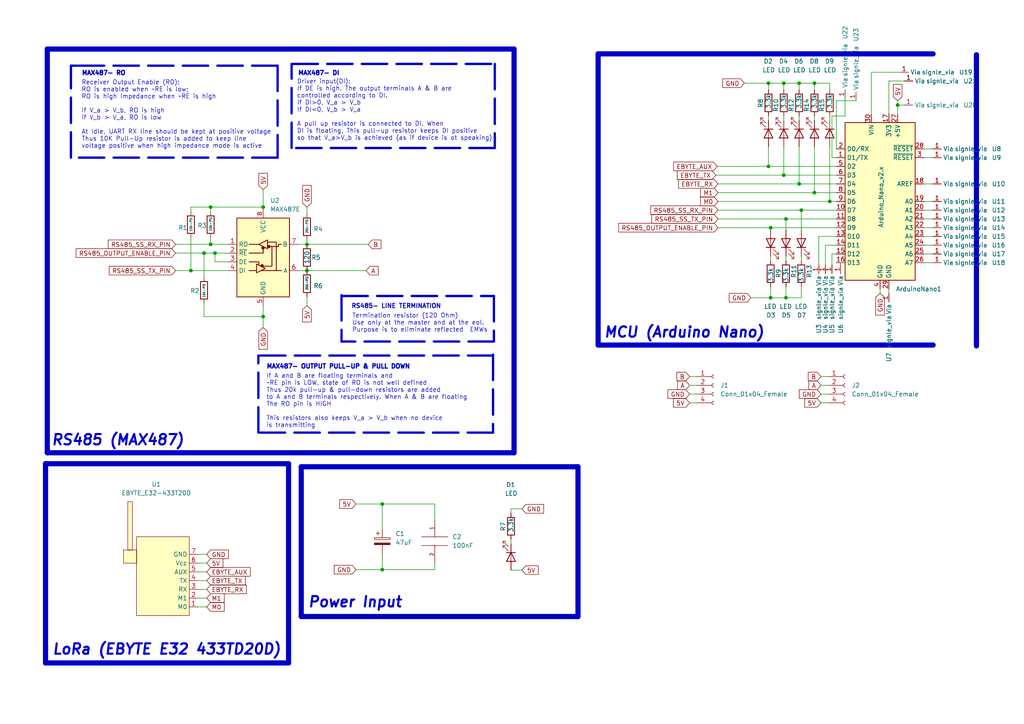
<source format=kicad_sch>
(kicad_sch (version 20211123) (generator eeschema)
  (paper "A4")
  (title_block (title "Device 1 Schematic") (date "2023-02-25") (company "PowerLab"))
  (lib_symbols
    (symbol "Connector:Conn_01x04_Female" (pin_names (offset 1.016) hide)
      (property "Reference" "J" (at 0 5.08 0))
      (property "Value" "Conn_01x04_Female" (at 0 -7.62 0))
      (symbol "Conn_01x04_Female_1_1"
        (arc (start 0 -4.572) (mid -0.508 -5.08) (end 0 -5.588) (stroke (width 0.1524)))
        (arc (start 0 -2.032) (mid -0.508 -2.54) (end 0 -3.048) (stroke (width 0.1524)))
        (polyline (pts (xy -1.27 -5.08) (xy -0.508 -5.08)) (stroke (width 0.1524)))
        (polyline (pts (xy -1.27 -2.54) (xy -0.508 -2.54)) (stroke (width 0.1524)))
        (polyline (pts (xy -1.27 0) (xy -0.508 0)) (stroke (width 0.1524)))
        (polyline (pts (xy -1.27 2.54) (xy -0.508 2.54)) (stroke (width 0.1524)))
        (arc (start 0 0.508) (mid -0.508 0) (end 0 -0.508) (stroke (width 0.1524)))
        (arc (start 0 3.048) (mid -0.508 2.54) (end 0 2.032) (stroke (width 0.1524)))
        (pin passive line (at -5.08 2.54 0) (length 3.81) (name "Pin_1") (number "1"))
        (pin passive line (at -5.08 0 0) (length 3.81) (name "Pin_2") (number "2"))
        (pin passive line (at -5.08 -2.54 0) (length 3.81) (name "Pin_3") (number "3"))
        (pin passive line (at -5.08 -5.08 0) (length 3.81) (name "Pin_4") (number "4"))
      )
    )
    (symbol "Device:C_Polarized" (pin_numbers hide) (pin_names (offset 0.254))
      (property "Reference" "C" (at 0.635 2.54 0))
      (property "Value" "C_Polarized" (at 0.635 -2.54 0))
      (symbol "C_Polarized_0_1"
        (rectangle (start -2.286 0.508) (end 2.286 1.016))
        (polyline (pts (xy -1.778 2.286) (xy -0.762 2.286)))
        (polyline (pts (xy -1.27 2.794) (xy -1.27 1.778)))
        (rectangle (start 2.286 -0.508) (end -2.286 -1.016) (fill (type outline)))
      )
      (symbol "C_Polarized_1_1"
        (pin passive line (at 0 3.81 270) (length 2.794) (name "~") (number "1"))
        (pin passive line (at 0 -3.81 90) (length 2.794) (name "~") (number "2"))
      )
    )
    (symbol "Device:LED" (pin_numbers hide) (pin_names (offset 1.016) hide)
      (property "Reference" "D" (at 0 2.54 0))
      (property "Value" "LED" (at 0 -2.54 0))
      (symbol "LED_0_1"
        (polyline (pts (xy -1.27 -1.27) (xy -1.27 1.27)) (stroke (width 0.254)))
        (polyline (pts (xy -1.27 0) (xy 1.27 0)))
        (polyline (pts (xy 1.27 -1.27) (xy 1.27 1.27) (xy -1.27 0) (xy 1.27 -1.27)) (stroke (width 0.254)))
        (polyline (pts (xy -3.048 -0.762) (xy -4.572 -2.286) (xy -3.81 -2.286) (xy -4.572 -2.286) (xy -4.572 -1.524)))
        (polyline (pts (xy -1.778 -0.762) (xy -3.302 -2.286) (xy -2.54 -2.286) (xy -3.302 -2.286) (xy -3.302 -1.524)))
      )
      (symbol "LED_1_1"
        (pin passive line (at -3.81 0 0) (length 2.54) (name "K") (number "1"))
        (pin passive line (at 3.81 0 180) (length 2.54) (name "A") (number "2"))
      )
    )
    (symbol "Device:R" (pin_numbers hide) (pin_names (offset 0))
      (property "Reference" "R" (at 2.032 0 90))
      (property "Value" "R" (at 0 0 90))
      (symbol "R_0_1"
        (rectangle (start -1.016 -2.54) (end 1.016 2.54) (stroke (width 0.254)))
      )
      (symbol "R_1_1"
        (pin passive line (at 0 3.81 270) (length 1.27) (name "~") (number "1"))
        (pin passive line (at 0 -3.81 90) (length 1.27) (name "~") (number "2"))
      )
    )
    (symbol "Interface_UART:MAX487E"
      (property "Reference" "U" (at -6.096 11.43 0))
      (property "Value" "MAX487E" (at 0.762 11.43 0))
      (symbol "MAX487E_0_1"
        (rectangle (start -7.62 10.16) (end 7.62 -12.7) (stroke (width 0.254)) (fill (type background)))
        (circle (center -0.3048 -3.683) (radius 0.3556) (stroke (width 0.254)) (fill (type outline)))
        (circle (center -0.0254 1.4986) (radius 0.3556) (stroke (width 0.254)) (fill (type outline)))
        (polyline (pts (xy -4.064 -5.08) (xy -1.905 -5.08)) (stroke (width 0.254)))
        (polyline (pts (xy -4.064 2.54) (xy -1.27 2.54)) (stroke (width 0.254)))
        (polyline (pts (xy -1.27 -3.2004) (xy -1.27 -3.4544)) (stroke (width 0.254)))
        (polyline (pts (xy -0.635 -5.08) (xy 5.334 -5.08)) (stroke (width 0.254)))
        (polyline (pts (xy -4.064 -2.54) (xy -1.27 -2.54) (xy -1.27 -3.175)) (stroke (width 0.254)))
        (polyline (pts (xy 0 1.27) (xy 0 0) (xy -4.064 0)) (stroke (width 0.254)))
        (polyline (pts (xy 1.27 3.175) (xy 3.81 3.175) (xy 3.81 -5.08)) (stroke (width 0.254)))
        (polyline (pts (xy 2.54 1.905) (xy 2.54 -3.81) (xy 0 -3.81)) (stroke (width 0.254)))
        (polyline (pts (xy -1.905 -3.175) (xy -1.905 -5.715) (xy 0.635 -4.445) (xy -1.905 -3.175)) (stroke (width 0.254)))
        (polyline (pts (xy -1.27 2.54) (xy 1.27 3.81) (xy 1.27 1.27) (xy -1.27 2.54)) (stroke (width 0.254)))
        (polyline (pts (xy 1.905 1.905) (xy 4.445 1.905) (xy 4.445 2.54) (xy 5.334 2.54)) (stroke (width 0.254)))
        (rectangle (start 1.27 3.175) (end 1.27 3.175))
        (circle (center 1.651 1.905) (radius 0.3556) (stroke (width 0.254)) (fill (type outline)))
      )
      (symbol "MAX487E_1_1"
        (pin output line (at -10.16 2.54 0) (length 2.54) (name "RO") (number "1"))
        (pin input line (at -10.16 0 0) (length 2.54) (name "~{RE}") (number "2"))
        (pin input line (at -10.16 -2.54 0) (length 2.54) (name "DE") (number "3"))
        (pin input line (at -10.16 -5.08 0) (length 2.54) (name "DI") (number "4"))
        (pin power_in line (at 0 -15.24 90) (length 2.54) (name "GND") (number "5"))
        (pin bidirectional line (at 10.16 -5.08 180) (length 2.54) (name "A") (number "6"))
        (pin bidirectional line (at 10.16 2.54 180) (length 2.54) (name "B") (number "7"))
        (pin power_in line (at 0 12.7 270) (length 2.54) (name "VCC") (number "8"))
      )
    )
    (symbol "MCU_Module:Arduino_Nano_v2.x"
      (property "Reference" "A" (at -10.16 23.495 0))
      (property "Value" "Arduino_Nano_v2.x" (at 5.08 -24.13 0))
      (symbol "Arduino_Nano_v2.x_0_1"
        (rectangle (start -10.16 22.86) (end 10.16 -22.86) (stroke (width 0.254)) (fill (type background)))
      )
      (symbol "Arduino_Nano_v2.x_1_1"
        (pin bidirectional line (at -12.7 12.7 0) (length 2.54) (name "D1/TX") (number "1"))
        (pin bidirectional line (at -12.7 -2.54 0) (length 2.54) (name "D7") (number "10"))
        (pin bidirectional line (at -12.7 -5.08 0) (length 2.54) (name "D8") (number "11"))
        (pin bidirectional line (at -12.7 -7.62 0) (length 2.54) (name "D9") (number "12"))
        (pin bidirectional line (at -12.7 -10.16 0) (length 2.54) (name "D10") (number "13"))
        (pin bidirectional line (at -12.7 -12.7 0) (length 2.54) (name "D11") (number "14"))
        (pin bidirectional line (at -12.7 -15.24 0) (length 2.54) (name "D12") (number "15"))
        (pin bidirectional line (at -12.7 -17.78 0) (length 2.54) (name "D13") (number "16"))
        (pin power_out line (at 2.54 25.4 270) (length 2.54) (name "3V3") (number "17"))
        (pin input line (at 12.7 5.08 180) (length 2.54) (name "AREF") (number "18"))
        (pin bidirectional line (at 12.7 0 180) (length 2.54) (name "A0") (number "19"))
        (pin bidirectional line (at -12.7 15.24 0) (length 2.54) (name "D0/RX") (number "2"))
        (pin bidirectional line (at 12.7 -2.54 180) (length 2.54) (name "A1") (number "20"))
        (pin bidirectional line (at 12.7 -5.08 180) (length 2.54) (name "A2") (number "21"))
        (pin bidirectional line (at 12.7 -7.62 180) (length 2.54) (name "A3") (number "22"))
        (pin bidirectional line (at 12.7 -10.16 180) (length 2.54) (name "A4") (number "23"))
        (pin bidirectional line (at 12.7 -12.7 180) (length 2.54) (name "A5") (number "24"))
        (pin bidirectional line (at 12.7 -15.24 180) (length 2.54) (name "A6") (number "25"))
        (pin bidirectional line (at 12.7 -17.78 180) (length 2.54) (name "A7") (number "26"))
        (pin power_out line (at 5.08 25.4 270) (length 2.54) (name "+5V") (number "27"))
        (pin input line (at 12.7 15.24 180) (length 2.54) (name "~{RESET}") (number "28"))
        (pin power_in line (at 2.54 -25.4 90) (length 2.54) (name "GND") (number "29"))
        (pin input line (at 12.7 12.7 180) (length 2.54) (name "~{RESET}") (number "3"))
        (pin power_in line (at -2.54 25.4 270) (length 2.54) (name "VIN") (number "30"))
        (pin power_in line (at 0 -25.4 90) (length 2.54) (name "GND") (number "4"))
        (pin bidirectional line (at -12.7 10.16 0) (length 2.54) (name "D2") (number "5"))
        (pin bidirectional line (at -12.7 7.62 0) (length 2.54) (name "D3") (number "6"))
        (pin bidirectional line (at -12.7 5.08 0) (length 2.54) (name "D4") (number "7"))
        (pin bidirectional line (at -12.7 2.54 0) (length 2.54) (name "D5") (number "8"))
        (pin bidirectional line (at -12.7 0 0) (length 2.54) (name "D6") (number "9"))
      )
    )
    (symbol "device_1_project_symbols:EBYTE_E32-433T20D"
      (property "Reference" "U" (at -6.35 11.43 0))
      (property "Value" "EBYTE_E32-433T20D" (at -5.08 -1.27 90))
      (symbol "EBYTE_E32-433T20D_0_1"
        (rectangle (start -10.16 6.35) (end -8.89 20.32) (fill (type background)))
        (rectangle (start -7.62 6.35) (end -11.43 2.54) (fill (type background)))
        (rectangle (start -7.62 10.16) (end 7.62 -12.7) (fill (type background)))
      )
      (symbol "EBYTE_E32-433T20D_1_1"
        (pin input line (at 10.16 -10.16 180) (length 2.54) (name "M0") (number "1"))
        (pin input line (at 10.16 -7.62 180) (length 2.54) (name "M1") (number "2"))
        (pin input line (at 10.16 -5.08 180) (length 2.54) (name "RX") (number "3"))
        (pin input line (at 10.16 -2.54 180) (length 2.54) (name "TX") (number "4"))
        (pin input line (at 10.16 0 180) (length 2.54) (name "AUX") (number "5"))
        (pin input line (at 10.16 2.54 180) (length 2.54) (name "Vcc") (number "6"))
        (pin input line (at 10.16 5.08 180) (length 2.54) (name "GND") (number "7"))
      )
    )
    (symbol "device_1_project_symbols:signle_via"
      (property "Reference" "U" (at 0 3.81 0))
      (property "Value" "signle_via" (at 0 1.27 0))
      (symbol "signle_via_1_1"
        (pin input line (at 1.27 -1.27 180) (length 2.54) (name "Via") (number "1"))
      )
    )
    (symbol "pspice:C" (pin_names (offset 0.254))
      (property "Reference" "C" (at 2.54 3.81 90))
      (property "Value" "C" (at 2.54 -3.81 90))
      (symbol "C_0_1"
        (polyline (pts (xy -3.81 -1.27) (xy 3.81 -1.27)))
        (polyline (pts (xy -3.81 1.27) (xy 3.81 1.27)))
      )
      (symbol "C_1_1"
        (pin passive line (at 0 6.35 270) (length 5.08) (name "~") (number "1"))
        (pin passive line (at 0 -6.35 90) (length 5.08) (name "~") (number "2"))
      )
    )
  )
  (junction (at 61.087 60.071))
  (junction (at 223.52 66.04))
  (junction (at 110.871 165.227))
  (junction (at 227.965 86.36))
  (junction (at 231.775 24.13))
  (junction (at 62.357 73.406))
  (junction (at 76.327 60.071))
  (junction (at 227.33 50.8))
  (junction (at 227.33 24.13))
  (junction (at 110.871 146.177))
  (junction (at 236.22 24.13))
  (junction (at 222.885 24.13))
  (junction (at 227.965 63.5))
  (junction (at 89.027 70.866))
  (junction (at 260.35 30.48))
  (junction (at 223.52 86.36))
  (junction (at 222.885 48.26))
  (junction (at 240.665 58.42))
  (junction (at 59.182 73.406))
  (junction (at 232.41 60.96))
  (junction (at 76.327 91.821))
  (junction (at 236.22 55.88))
  (junction (at 231.775 53.34))
  (junction (at 61.087 70.866))
  (junction (at 55.372 78.486))
  (junction (at 89.027 78.486))
  (wire (pts (xy 257.81 83.82) (xy 257.81 85.09)))
  (wire (pts (xy 227.33 24.13) (xy 231.775 24.13)))
  (polyline (pts (xy 99.06 85.598) (xy 99.06 99.06)) (stroke (width 0.67)))
  (wire (pts (xy 110.871 160.782) (xy 110.871 165.227)))
  (wire (pts (xy 236.22 24.13) (xy 240.665 24.13)))
  (wire (pts (xy 55.372 68.961) (xy 55.372 78.486)))
  (polyline (pts (xy 20.574 45.72) (xy 20.574 19.05)) (stroke (width 0.67)))
  (polyline (pts (xy 22.86 19.05) (xy 80.518 19.05)) (stroke (width 0.67)))
  (wire (pts (xy 222.885 34.925) (xy 222.885 33.655)))
  (polyline (pts (xy 83.693 192.278) (xy 13.208 192.278)) (stroke (width 1.5) (type solid)))
  (wire (pts (xy 248.285 29.21) (xy 242.57 29.21)))
  (wire (pts (xy 236.22 24.13) (xy 236.22 26.035)))
  (wire (pts (xy 50.927 70.866) (xy 61.087 70.866)))
  (wire (pts (xy 236.22 34.925) (xy 236.22 33.655)))
  (wire (pts (xy 237.49 76.835) (xy 237.49 68.58)))
  (wire (pts (xy 59.182 73.406) (xy 62.357 73.406)))
  (wire (pts (xy 200.025 111.76) (xy 201.93 111.76)))
  (wire (pts (xy 148.209 157.734) (xy 148.209 156.464)))
  (wire (pts (xy 223.52 74.295) (xy 223.52 75.565)))
  (wire (pts (xy 236.22 42.545) (xy 236.22 55.88)))
  (wire (pts (xy 238.125 111.76) (xy 240.03 111.76)))
  (wire (pts (xy 267.97 66.04) (xy 270.51 66.04)))
  (wire (pts (xy 59.182 91.821) (xy 76.327 91.821)))
  (polyline (pts (xy 143.002 102.87) (xy 143.002 125.476)) (stroke (width 0.67)))
  (wire (pts (xy 126.111 163.322) (xy 126.111 165.227)))
  (polyline (pts (xy 84.836 18.542) (xy 143.51 18.542)) (stroke (width 0.67)))
  (wire (pts (xy 243.84 76.2) (xy 243.84 76.835)))
  (wire (pts (xy 237.49 68.58) (xy 242.57 68.58)))
  (wire (pts (xy 103.251 146.177) (xy 110.871 146.177)))
  (wire (pts (xy 231.775 53.34) (xy 242.57 53.34)))
  (wire (pts (xy 126.111 146.177) (xy 126.111 150.622)))
  (wire (pts (xy 232.41 74.295) (xy 232.41 75.565)))
  (wire (pts (xy 242.57 29.21) (xy 242.57 43.18)))
  (wire (pts (xy 57.404 170.942) (xy 59.944 170.942)))
  (wire (pts (xy 223.52 66.04) (xy 223.52 66.675)))
  (polyline (pts (xy 173.482 15.621) (xy 173.482 100.076)) (stroke (width 1.5) (type solid)))
  (polyline (pts (xy 20.574 19.05) (xy 22.352 19.05)) (stroke (width 0.67)))
  (wire (pts (xy 62.357 75.946) (xy 66.167 75.946)))
  (wire (pts (xy 215.9 24.13) (xy 222.885 24.13)))
  (wire (pts (xy 61.087 60.071) (xy 55.372 60.071)))
  (wire (pts (xy 260.35 30.48) (xy 262.255 30.48)))
  (polyline (pts (xy 143.256 99.06) (xy 99.06 99.06)) (stroke (width 0.67)))
  (wire (pts (xy 232.41 83.185) (xy 232.41 86.36)))
  (wire (pts (xy 240.665 42.545) (xy 240.665 58.42)))
  (wire (pts (xy 227.965 83.185) (xy 227.965 86.36)))
  (wire (pts (xy 267.97 71.12) (xy 270.51 71.12)))
  (wire (pts (xy 227.965 63.5) (xy 242.57 63.5)))
  (wire (pts (xy 222.885 48.26) (xy 242.57 48.26)))
  (wire (pts (xy 57.404 168.402) (xy 59.944 168.402)))
  (polyline (pts (xy 143.51 42.926) (xy 84.582 42.926)) (stroke (width 0.67)))
  (wire (pts (xy 267.97 76.2) (xy 270.51 76.2)))
  (polyline (pts (xy 167.64 135.382) (xy 167.64 178.816)) (stroke (width 1.5) (type solid)))
  (wire (pts (xy 148.209 147.574) (xy 148.209 148.844)))
  (wire (pts (xy 62.357 73.406) (xy 62.357 75.946)))
  (wire (pts (xy 223.52 66.04) (xy 242.57 66.04)))
  (wire (pts (xy 89.027 60.071) (xy 89.027 61.976)))
  (wire (pts (xy 208.28 53.34) (xy 231.775 53.34)))
  (wire (pts (xy 59.182 80.391) (xy 59.182 73.406)))
  (wire (pts (xy 227.33 50.8) (xy 242.57 50.8)))
  (wire (pts (xy 110.871 146.177) (xy 110.871 153.162)))
  (wire (pts (xy 208.28 55.88) (xy 236.22 55.88)))
  (wire (pts (xy 241.3 76.835) (xy 241.3 73.66)))
  (wire (pts (xy 241.3 33.655) (xy 241.3 45.72)))
  (polyline (pts (xy 83.693 134.493) (xy 83.693 192.278)) (stroke (width 1.5) (type solid)))
  (wire (pts (xy 89.027 78.486) (xy 106.172 78.486)))
  (wire (pts (xy 267.97 68.58) (xy 270.51 68.58)))
  (wire (pts (xy 103.251 165.227) (xy 110.871 165.227)))
  (polyline (pts (xy 75.438 103.124) (xy 143.002 103.124)) (stroke (width 0.67)))
  (wire (pts (xy 242.57 76.2) (xy 243.84 76.2)))
  (wire (pts (xy 267.97 73.66) (xy 270.51 73.66)))
  (wire (pts (xy 86.487 78.486) (xy 89.027 78.486)))
  (wire (pts (xy 110.871 165.227) (xy 126.111 165.227)))
  (wire (pts (xy 245.11 28.575) (xy 245.11 33.655)))
  (wire (pts (xy 223.52 86.36) (xy 227.965 86.36)))
  (wire (pts (xy 76.327 54.991) (xy 76.327 60.071)))
  (wire (pts (xy 208.28 63.5) (xy 227.965 63.5)))
  (wire (pts (xy 222.885 42.545) (xy 222.885 48.26)))
  (polyline (pts (xy 143.256 85.852) (xy 143.256 99.06)) (stroke (width 0.67)))
  (wire (pts (xy 255.27 83.82) (xy 255.27 85.09)))
  (polyline (pts (xy 13.716 14.224) (xy 13.716 131.318)) (stroke (width 1.5) (type solid)))
  (polyline (pts (xy 270.637 100.076) (xy 173.482 100.076)) (stroke (width 1.5) (type solid)))
  (wire (pts (xy 260.35 29.21) (xy 260.35 30.48)))
  (wire (pts (xy 57.404 160.782) (xy 59.944 160.782)))
  (wire (pts (xy 227.965 63.5) (xy 227.965 66.675)))
  (polyline (pts (xy 143.51 18.542) (xy 143.51 42.926)) (stroke (width 0.67)))
  (wire (pts (xy 267.97 53.34) (xy 270.51 53.34)))
  (wire (pts (xy 76.327 60.071) (xy 76.327 60.706)))
  (wire (pts (xy 227.33 34.925) (xy 227.33 33.655)))
  (wire (pts (xy 207.645 50.8) (xy 227.33 50.8)))
  (polyline (pts (xy 149.098 14.224) (xy 149.098 131.318)) (stroke (width 1.5) (type solid)))
  (wire (pts (xy 267.97 58.42) (xy 270.51 58.42)))
  (wire (pts (xy 59.182 88.011) (xy 59.182 91.821)))
  (wire (pts (xy 267.97 45.72) (xy 270.51 45.72)))
  (wire (pts (xy 76.327 91.821) (xy 76.327 94.996)))
  (wire (pts (xy 245.11 33.655) (xy 241.3 33.655)))
  (polyline (pts (xy 13.208 134.493) (xy 13.208 192.278)) (stroke (width 1.5) (type solid)))
  (wire (pts (xy 267.97 63.5) (xy 270.51 63.5)))
  (wire (pts (xy 66.167 73.406) (xy 62.357 73.406)))
  (wire (pts (xy 231.775 34.925) (xy 231.775 33.655)))
  (wire (pts (xy 217.805 86.36) (xy 223.52 86.36)))
  (wire (pts (xy 232.41 60.96) (xy 232.41 66.675)))
  (polyline (pts (xy 143.002 125.476) (xy 74.93 125.476)) (stroke (width 0.67)))
  (polyline (pts (xy 84.582 18.542) (xy 84.582 18.542)))
  (wire (pts (xy 262.255 23.495) (xy 257.81 23.495)))
  (wire (pts (xy 227.33 24.13) (xy 227.33 26.035)))
  (wire (pts (xy 61.087 68.961) (xy 61.087 70.866)))
  (wire (pts (xy 61.087 60.071) (xy 61.087 61.341)))
  (wire (pts (xy 241.3 45.72) (xy 242.57 45.72)))
  (wire (pts (xy 257.81 23.495) (xy 257.81 33.02)))
  (wire (pts (xy 89.027 70.866) (xy 106.807 70.866)))
  (wire (pts (xy 55.372 78.486) (xy 66.167 78.486)))
  (wire (pts (xy 208.026 48.26) (xy 222.885 48.26)))
  (wire (pts (xy 231.775 24.13) (xy 231.775 26.035)))
  (polyline (pts (xy 173.482 15.621) (xy 270.637 15.621)) (stroke (width 1.5) (type solid)))
  (wire (pts (xy 239.395 76.835) (xy 239.395 71.12)))
  (wire (pts (xy 240.665 58.42) (xy 242.57 58.42)))
  (wire (pts (xy 57.404 165.862) (xy 59.944 165.862)))
  (wire (pts (xy 208.28 60.96) (xy 232.41 60.96)))
  (wire (pts (xy 208.28 58.42) (xy 240.665 58.42)))
  (polyline (pts (xy 80.518 19.05) (xy 80.518 45.72)) (stroke (width 0.67)))
  (wire (pts (xy 57.404 173.482) (xy 59.944 173.482)))
  (wire (pts (xy 238.125 109.22) (xy 240.03 109.22)))
  (wire (pts (xy 236.22 55.88) (xy 242.57 55.88)))
  (wire (pts (xy 238.125 114.3) (xy 240.03 114.3)))
  (wire (pts (xy 260.35 30.48) (xy 260.35 33.02)))
  (wire (pts (xy 231.775 42.545) (xy 231.775 53.34)))
  (wire (pts (xy 86.487 70.866) (xy 89.027 70.866)))
  (wire (pts (xy 50.927 78.486) (xy 55.372 78.486)))
  (wire (pts (xy 227.33 42.545) (xy 227.33 50.8)))
  (wire (pts (xy 238.125 116.84) (xy 240.03 116.84)))
  (wire (pts (xy 222.885 24.13) (xy 222.885 26.035)))
  (wire (pts (xy 240.665 24.13) (xy 240.665 26.035)))
  (wire (pts (xy 267.97 60.96) (xy 270.51 60.96)))
  (wire (pts (xy 231.775 24.13) (xy 236.22 24.13)))
  (wire (pts (xy 232.41 60.96) (xy 242.57 60.96)))
  (polyline (pts (xy 167.64 178.816) (xy 87.376 178.816)) (stroke (width 1.5) (type solid)))
  (polyline (pts (xy 149.098 131.318) (xy 13.716 131.318)) (stroke (width 1.5) (type solid)))
  (wire (pts (xy 57.404 176.022) (xy 59.944 176.022)))
  (wire (pts (xy 239.395 71.12) (xy 242.57 71.12)))
  (polyline (pts (xy 99.314 85.852) (xy 143.256 85.852)) (stroke (width 0.67)))
  (polyline (pts (xy 13.208 134.493) (xy 83.693 134.493)) (stroke (width 1.5) (type solid)))
  (wire (pts (xy 55.372 60.071) (xy 55.372 61.341)))
  (polyline (pts (xy 87.376 135.382) (xy 87.376 178.816)) (stroke (width 1.5) (type solid)))
  (wire (pts (xy 76.327 60.071) (xy 61.087 60.071)))
  (wire (pts (xy 89.027 86.106) (xy 89.027 88.646)))
  (wire (pts (xy 200.025 109.22) (xy 201.93 109.22)))
  (wire (pts (xy 151.384 147.574) (xy 148.209 147.574)))
  (wire (pts (xy 151.384 165.354) (xy 148.209 165.354)))
  (polyline (pts (xy 283.21 15.875) (xy 283.21 100.33)) (stroke (width 1.5) (type solid)))
  (wire (pts (xy 240.665 34.925) (xy 240.665 33.655)))
  (polyline (pts (xy 84.582 42.926) (xy 84.582 18.542)) (stroke (width 0.67)))
  (wire (pts (xy 252.73 20.955) (xy 252.73 33.02)))
  (wire (pts (xy 89.027 69.596) (xy 89.027 70.866)))
  (wire (pts (xy 241.3 73.66) (xy 242.57 73.66)))
  (polyline (pts (xy 74.93 125.476) (xy 74.93 103.124)) (stroke (width 0.67)))
  (polyline (pts (xy 13.716 14.224) (xy 149.098 14.224)) (stroke (width 1.5) (type solid)))
  (wire (pts (xy 76.327 88.646) (xy 76.327 91.821)))
  (wire (pts (xy 222.885 24.13) (xy 227.33 24.13)))
  (wire (pts (xy 110.871 146.177) (xy 126.111 146.177)))
  (wire (pts (xy 208.28 66.04) (xy 223.52 66.04)))
  (wire (pts (xy 227.965 86.36) (xy 232.41 86.36)))
  (wire (pts (xy 260.985 20.955) (xy 252.73 20.955)))
  (wire (pts (xy 267.97 43.18) (xy 270.51 43.18)))
  (wire (pts (xy 50.927 73.406) (xy 59.182 73.406)))
  (polyline (pts (xy 87.376 135.382) (xy 167.64 135.382)) (stroke (width 1.5) (type solid)))
  (polyline (pts (xy 80.518 45.72) (xy 20.574 45.72)) (stroke (width 0.67)))
  (wire (pts (xy 200.025 114.3) (xy 201.93 114.3)))
  (wire (pts (xy 223.52 83.185) (xy 223.52 86.36)))
  (wire (pts (xy 200.025 116.84) (xy 201.93 116.84)))
  (wire (pts (xy 61.087 70.866) (xy 66.167 70.866)))
  (wire (pts (xy 227.965 74.295) (xy 227.965 75.565)))
  (wire (pts (xy 57.404 163.322) (xy 59.944 163.322)))
  (text "MAX487- OUTPUT PULL-UP & PULL DOWN\n" (at 77.216 107.188 0) (effects (font (size 1.27 1.27) (thickness 0.4) bold) (justify left bottom)))
  (text "RS485- LINE TERMINATION\n" (at 101.854 89.662 0) (effects (font (size 1.27 1.27) (thickness 0.254) bold) (justify left bottom)))
  (text "RS485 (MAX487)" (at 14.732 129.54 0) (effects (font (size 3 3) (thickness 0.6) bold italic) (justify left bottom)))
  (text "Driver input(DI):\nIf DE is high. The output terminals A & B are \ncontrolled according to DI.\nIf DI>0, V_a > V_b\nIf DI<0, V_b > V_a\n\nA pull up resistor is connected to DI. When\nDI is floating, This pull-up resistor keeps DI positive\nso that V_a>V_b is achieved (as if device is ot speaking)\n" (at 86.106 40.894 0) (effects (font (size 1.27 1.27) (thickness 0.134) bold) (justify left bottom)))
  (text "If A and B are floating terminals and\n~RE pin is LOW, state of RO is not well defined\nThus 20k pull-up & pull-down resistors are added\nto A and B terminals respectively. When A & B are floating\nThe RO pin is HIGH\n\nThis resistors also keeps V_a > V_b when no device\nis transmitting" (at 77.216 124.206 0) (effects (font (size 1.27 1.27) (thickness 0.134) bold) (justify left bottom)))
  (text "MAX487- RO" (at 23.622 22.098 0) (effects (font (size 1.27 1.27) (thickness 0.4) bold) (justify left bottom)))
  (text "MAX487- DI" (at 86.36 22.098 0) (effects (font (size 1.27 1.27) (thickness 0.4) bold) (justify left bottom)))
  (text "Power Input\n" (at 89.154 176.53 0) (effects (font (size 3 3) (thickness 0.6) bold italic) (justify left bottom)))
  (text "Receiver Output Enable (RO):\nRO is enabled when ~RE is low; \nRO is high impedance when ~RE is high\n\nif V_a > V_b, RO is high\nif V_b > V_a, RO is low\n\nAt Idle, UART RX line should be kept at positive voltage\nThus 10K Pull-Up resistor is added to keep line\nvoltage positive when high impedance mode is active" (at 23.622 43.18 0) (effects (font (size 1.27 1.27) (thickness 0.134) bold) (justify left bottom)))
  (text "Termination resistor (120 Ohm)\nUse only at the master and at the eol.\nPurpose is to eliminate reflected  EMWs" (at 102.108 96.52 0) (effects (font (size 1.27 1.27) (thickness 0.134) bold) (justify left bottom)))
  (text "LoRa (EBYTE E32 433TD20D)\n" (at 14.986 190.246 0) (effects (font (size 3 3) (thickness 0.6) bold italic) (justify left bottom)))
  (text "MCU (Arduino Nano)\n" (at 175.006 98.298 0) (effects (font (size 3 3) (thickness 0.6) bold italic) (justify left bottom)))
  (global_label "GND" (shape input) (at 89.027 60.071 90) (property "Intersheet References" "${INTERSHEET_REFS}" (effects hide)))
  (global_label "EBYTE_AUX" (shape input) (at 59.944 165.862 0) (property "Intersheet References" "${INTERSHEET_REFS}" (effects hide)))
  (global_label "RS485_OUTPUT_ENABLE_PIN" (shape input) (at 208.28 66.04 180) (property "Intersheet References" "${INTERSHEET_REFS}" (effects hide)))
  (global_label "GND" (shape input) (at 103.251 165.227 180) (property "Intersheet References" "${INTERSHEET_REFS}" (effects hide)))
  (global_label "5V" (shape input) (at 103.251 146.177 180) (property "Intersheet References" "${INTERSHEET_REFS}" (effects hide)))
  (global_label "RS485_SS_RX_PIN" (shape input) (at 208.28 60.96 180) (property "Intersheet References" "${INTERSHEET_REFS}" (effects hide)))
  (global_label "GND" (shape input) (at 59.944 160.782 0) (property "Intersheet References" "${INTERSHEET_REFS}" (effects hide)))
  (global_label "B" (shape input) (at 238.125 109.22 180) (property "Intersheet References" "${INTERSHEET_REFS}" (effects hide)))
  (global_label "B" (shape input) (at 106.807 70.866 0) (property "Intersheet References" "${INTERSHEET_REFS}" (effects hide)))
  (global_label "RS485_SS_RX_PIN" (shape input) (at 50.927 70.866 180) (property "Intersheet References" "${INTERSHEET_REFS}" (effects hide)))
  (global_label "GND" (shape input) (at 238.125 114.3 180) (property "Intersheet References" "${INTERSHEET_REFS}" (effects hide)))
  (global_label "5V" (shape input) (at 151.384 165.354 0) (property "Intersheet References" "${INTERSHEET_REFS}" (effects hide)))
  (global_label "EBYTE_AUX" (shape input) (at 208.026 48.26 180) (property "Intersheet References" "${INTERSHEET_REFS}" (effects hide)))
  (global_label "RS485_SS_TX_PIN" (shape input) (at 208.28 63.5 180) (property "Intersheet References" "${INTERSHEET_REFS}" (effects hide)))
  (global_label "M0" (shape input) (at 208.28 58.42 180) (property "Intersheet References" "${INTERSHEET_REFS}" (effects hide)))
  (global_label "5V" (shape input) (at 260.35 29.21 90) (property "Intersheet References" "${INTERSHEET_REFS}" (effects hide)))
  (global_label "GND" (shape input) (at 255.27 85.09 270) (property "Intersheet References" "${INTERSHEET_REFS}" (effects hide)))
  (global_label "M1" (shape input) (at 59.944 173.482 0) (property "Intersheet References" "${INTERSHEET_REFS}" (effects hide)))
  (global_label "5V" (shape input) (at 200.025 116.84 180) (property "Intersheet References" "${INTERSHEET_REFS}" (effects hide)))
  (global_label "RS485_SS_TX_PIN" (shape input) (at 50.927 78.486 180) (property "Intersheet References" "${INTERSHEET_REFS}" (effects hide)))
  (global_label "5V" (shape input) (at 76.327 54.991 90) (property "Intersheet References" "${INTERSHEET_REFS}" (effects hide)))
  (global_label "GND" (shape input) (at 76.327 94.996 270) (property "Intersheet References" "${INTERSHEET_REFS}" (effects hide)))
  (global_label "M0" (shape input) (at 59.944 176.022 0) (property "Intersheet References" "${INTERSHEET_REFS}" (effects hide)))
  (global_label "GND" (shape input) (at 151.384 147.574 0) (property "Intersheet References" "${INTERSHEET_REFS}" (effects hide)))
  (global_label "A" (shape input) (at 238.125 111.76 180) (property "Intersheet References" "${INTERSHEET_REFS}" (effects hide)))
  (global_label "GND" (shape input) (at 200.025 114.3 180) (property "Intersheet References" "${INTERSHEET_REFS}" (effects hide)))
  (global_label "GND" (shape input) (at 215.9 24.13 180) (property "Intersheet References" "${INTERSHEET_REFS}" (effects hide)))
  (global_label "RS485_OUTPUT_ENABLE_PIN" (shape input) (at 50.927 73.406 180) (property "Intersheet References" "${INTERSHEET_REFS}" (effects hide)))
  (global_label "EBYTE_TX" (shape input) (at 59.944 168.402 0) (property "Intersheet References" "${INTERSHEET_REFS}" (effects hide)))
  (global_label "GND" (shape input) (at 217.805 86.36 180) (property "Intersheet References" "${INTERSHEET_REFS}" (effects hide)))
  (global_label "EBYTE_TX" (shape input) (at 207.645 50.8 180) (property "Intersheet References" "${INTERSHEET_REFS}" (effects hide)))
  (global_label "5V" (shape input) (at 59.944 163.322 0) (property "Intersheet References" "${INTERSHEET_REFS}" (effects hide)))
  (global_label "M1" (shape input) (at 208.28 55.88 180) (property "Intersheet References" "${INTERSHEET_REFS}" (effects hide)))
  (global_label "EBYTE_RX" (shape input) (at 208.28 53.34 180) (property "Intersheet References" "${INTERSHEET_REFS}" (effects hide)))
  (global_label "A" (shape input) (at 200.025 111.76 180) (property "Intersheet References" "${INTERSHEET_REFS}" (effects hide)))
  (global_label "B" (shape input) (at 200.025 109.22 180) (property "Intersheet References" "${INTERSHEET_REFS}" (effects hide)))
  (global_label "EBYTE_RX" (shape input) (at 59.944 170.942 0) (property "Intersheet References" "${INTERSHEET_REFS}" (effects hide)))
  (global_label "A" (shape input) (at 106.172 78.486 0) (property "Intersheet References" "${INTERSHEET_REFS}" (effects hide)))
  (global_label "5V" (shape input) (at 89.027 88.646 270) (property "Intersheet References" "${INTERSHEET_REFS}" (effects hide)))
  (global_label "5V" (shape input) (at 238.125 116.84 180) (property "Intersheet References" "${INTERSHEET_REFS}" (effects hide)))
  (symbol (lib_id "Device:R") (at 148.209 152.654 180) (unit 1)
    (property "Reference" "R7" (at 145.923 151.384 90) (effects (justify left)))
    (property "Value" "3.3k" (at 148.209 150.114 90) (effects (justify left)))
    (property "Footprint" "Resistor_SMD:R_1206_3216Metric" (effects hide))
  )
  (symbol (lib_id "Device:R") (at 222.885 29.845 180) (unit 1)
    (property "Reference" "R8" (at 220.599 28.575 90) (effects (justify left)))
    (property "Value" "3.3k" (at 222.885 27.305 90) (effects (justify left)))
    (property "Footprint" "Resistor_SMD:R_1206_3216Metric" (effects hide))
  )
  (symbol (lib_id "device_1_project_symbols:signle_via") (at 263.525 24.765 180) (unit 1)
    (property "Reference" "U21" (at 279.4 23.495 0) (effects (justify right)))
    (property "Value" "signle_via" (at 268.605 23.495 0) (effects (justify right)))
    (property "Footprint" "Device_1_project_footprints:single_via" (effects hide))
  )
  (symbol (lib_id "pspice:C") (at 126.111 156.972 0) (unit 1)
    (property "Reference" "C2" (at 131.191 155.7019 0) (effects (justify left)))
    (property "Value" "100nF" (at 131.191 158.2419 0) (effects (justify left)))
    (property "Footprint" "Capacitor_SMD:C_1206_3216Metric" (effects hide))
  )
  (symbol (lib_id "Device:R") (at 89.027 74.676 0) (unit 1)
    (property "Reference" "R5" (at 90.297 74.676 0) (effects (justify left)))
    (property "Value" "120" (at 89.027 76.581 90) (effects (justify left)))
    (property "Footprint" "Resistor_SMD:R_1206_3216Metric" (effects hide))
  )
  (symbol (lib_id "device_1_project_symbols:signle_via") (at 271.78 64.77 180) (unit 1)
    (property "Reference" "U13" (at 287.655 63.5 0) (effects (justify right)))
    (property "Value" "signle_via" (at 276.86 63.5 0) (effects (justify right)))
    (property "Footprint" "Device_1_project_footprints:single_via" (effects hide))
  )
  (symbol (lib_id "Device:R") (at 227.33 29.845 180) (unit 1)
    (property "Reference" "R10" (at 225.044 28.575 90) (effects (justify left)))
    (property "Value" "3.3k" (at 227.33 27.305 90) (effects (justify left)))
    (property "Footprint" "Resistor_SMD:R_1206_3216Metric" (effects hide))
  )
  (symbol (lib_id "device_1_project_symbols:signle_via") (at 271.78 69.85 180) (unit 1)
    (property "Reference" "U15" (at 287.655 68.58 0) (effects (justify right)))
    (property "Value" "signle_via" (at 276.86 68.58 0) (effects (justify right)))
    (property "Footprint" "Device_1_project_footprints:single_via" (effects hide))
  )
  (symbol (lib_id "Connector:Conn_01x04_Female") (at 207.01 111.76 0) (unit 1)
    (property "Reference" "J1" (at 208.915 111.7599 0) (effects (justify left)))
    (property "Value" "Conn_01x04_Female" (at 208.915 114.2999 0) (effects (justify left)))
    (property "Footprint" "Connector_PinSocket_2.54mm:PinSocket_1x04_P2.54mm_Vertical" (effects hide))
  )
  (symbol (lib_id "Device:R") (at 231.775 29.845 180) (unit 1)
    (property "Reference" "R12" (at 229.489 28.575 90) (effects (justify left)))
    (property "Value" "3.3k" (at 231.775 27.305 90) (effects (justify left)))
    (property "Footprint" "Resistor_SMD:R_1206_3216Metric" (effects hide))
  )
  (symbol (lib_id "device_1_project_symbols:signle_via") (at 262.255 22.225 180) (unit 1)
    (property "Reference" "U19" (at 278.13 20.955 0) (effects (justify right)))
    (property "Value" "signle_via" (at 267.335 20.955 0) (effects (justify right)))
    (property "Footprint" "Device_1_project_footprints:single_via" (effects hide))
  )
  (symbol (lib_id "device_1_project_symbols:signle_via") (at 240.03 78.105 90) (unit 1)
    (property "Reference" "U5" (at 241.3 93.98 0) (effects (justify right)))
    (property "Value" "signle_via" (at 241.3 83.185 0) (effects (justify right)))
    (property "Footprint" "Device_1_project_footprints:single_via" (effects hide))
  )
  (symbol (lib_id "Connector:Conn_01x04_Female") (at 245.11 111.76 0) (unit 1)
    (property "Reference" "J2" (at 247.015 111.7599 0) (effects (justify left)))
    (property "Value" "Conn_01x04_Female" (at 247.015 114.2999 0) (effects (justify left)))
    (property "Footprint" "Device_1_project_footprints:output_vias" (effects hide))
  )
  (symbol (lib_id "Device:LED") (at 236.22 38.735 270) (unit 1)
    (property "Reference" "D8" (at 237.49 17.78 90) (effects (justify right)))
    (property "Value" "LED" (at 238.125 20.32 90) (effects (justify right)))
    (property "Footprint" "Device_1_project_footprints:lm281B-3000K" (effects hide))
  )
  (symbol (lib_id "device_1_project_symbols:EBYTE_E32-433T20D") (at 47.244 165.862 0) (unit 1)
    (property "Reference" "U1" (at 45.339 140.462 0))
    (property "Value" "EBYTE_E32-433T20D" (at 45.339 143.002 0))
    (property "Footprint" "Device_1_project_footprints:EBYTE-E32-433T20D" (effects hide))
  )
  (symbol (lib_id "Device:R") (at 61.087 65.151 0) (unit 1)
    (property "Reference" "R3" (at 57.277 65.405 0) (effects (justify left)))
    (property "Value" "10k-PU" (at 61.087 67.056 90) (effects (font (size 0.67 0.67)) (justify left)))
    (property "Footprint" "Resistor_SMD:R_1206_3216Metric" (effects hide))
  )
  (symbol (lib_id "Device:LED") (at 148.209 161.544 270) (unit 1)
    (property "Reference" "D1" (at 149.479 140.589 90) (effects (justify right)))
    (property "Value" "LED" (at 150.114 143.129 90) (effects (justify right)))
    (property "Footprint" "Device_1_project_footprints:lm281B-3000K" (effects hide))
  )
  (symbol (lib_id "device_1_project_symbols:signle_via") (at 236.22 78.105 90) (unit 1)
    (property "Reference" "U3" (at 237.49 93.98 0) (effects (justify right)))
    (property "Value" "signle_via" (at 237.49 83.185 0) (effects (justify right)))
    (property "Footprint" "Device_1_project_footprints:single_via" (effects hide))
  )
  (symbol (lib_id "device_1_project_symbols:signle_via") (at 271.78 77.47 180) (unit 1)
    (property "Reference" "U18" (at 287.655 76.2 0) (effects (justify right)))
    (property "Value" "signle_via" (at 276.86 76.2 0) (effects (justify right)))
    (property "Footprint" "Device_1_project_footprints:single_via" (effects hide))
  )
  (symbol (lib_id "device_1_project_symbols:signle_via") (at 271.78 59.69 180) (unit 1)
    (property "Reference" "U11" (at 287.655 58.42 0) (effects (justify right)))
    (property "Value" "signle_via" (at 276.86 58.42 0) (effects (justify right)))
    (property "Footprint" "Device_1_project_footprints:single_via" (effects hide))
  )
  (symbol (lib_id "device_1_project_symbols:signle_via") (at 271.78 62.23 180) (unit 1)
    (property "Reference" "U12" (at 287.655 60.96 0) (effects (justify right)))
    (property "Value" "signle_via" (at 276.86 60.96 0) (effects (justify right)))
    (property "Footprint" "Device_1_project_footprints:single_via" (effects hide))
  )
  (symbol (lib_id "Device:R") (at 227.965 79.375 0) (unit 1)
    (property "Reference" "R11" (at 230.251 80.645 90) (effects (justify left)))
    (property "Value" "3.3k" (at 227.965 81.915 90) (effects (justify left)))
    (property "Footprint" "Resistor_SMD:R_1206_3216Metric" (effects hide))
  )
  (symbol (lib_id "device_1_project_symbols:signle_via") (at 271.78 72.39 180) (unit 1)
    (property "Reference" "U16" (at 287.655 71.12 0) (effects (justify right)))
    (property "Value" "signle_via" (at 276.86 71.12 0) (effects (justify right)))
    (property "Footprint" "Device_1_project_footprints:single_via" (effects hide))
  )
  (symbol (lib_id "Device:R") (at 236.22 29.845 180) (unit 1)
    (property "Reference" "R14" (at 233.934 28.575 90) (effects (justify left)))
    (property "Value" "3.3k" (at 236.22 27.305 90) (effects (justify left)))
    (property "Footprint" "Resistor_SMD:R_1206_3216Metric" (effects hide))
  )
  (symbol (lib_id "MCU_Module:Arduino_Nano_v2.x") (at 255.27 58.42 0) (unit 1)
    (property "Reference" "ArduinoNano1" (at 259.8294 83.82 0) (effects (justify left)))
    (property "Value" "Arduino_Nano_v2.x" (at 255.524 66.04 90) (effects (justify left)))
    (property "Footprint" "Module:Arduino_Nano" (effects hide))
    (property "Datasheet" "https://www.arduino.cc/en/uploads/Main/ArduinoNanoManual23.pdf" (effects hide))
  )
  (symbol (lib_id "Device:C_Polarized") (at 110.871 156.972 0) (unit 1)
    (property "Reference" "C1" (at 114.681 154.8129 0) (effects (justify left)))
    (property "Value" "47uF" (at 114.681 157.3529 0) (effects (justify left)))
    (property "Footprint" "Capacitor_SMD:CP_Elec_6.3x5.2" (effects hide))
  )
  (symbol (lib_id "Device:R") (at 89.027 82.296 0) (unit 1)
    (property "Reference" "R6" (at 90.932 82.931 0) (effects (justify left)))
    (property "Value" "20k-PU" (at 89.027 84.201 90) (effects (font (size 0.67 0.67)) (justify left)))
    (property "Footprint" "Resistor_SMD:R_1206_3216Metric" (effects hide))
  )
  (symbol (lib_id "Device:LED") (at 240.665 38.735 270) (unit 1)
    (property "Reference" "D9" (at 241.935 17.78 90) (effects (justify right)))
    (property "Value" "LED" (at 242.57 20.32 90) (effects (justify right)))
    (property "Footprint" "Device_1_project_footprints:lm281B-3000K" (effects hide))
  )
  (symbol (lib_id "Device:LED") (at 227.33 38.735 270) (unit 1)
    (property "Reference" "D4" (at 228.6 17.78 90) (effects (justify right)))
    (property "Value" "LED" (at 229.235 20.32 90) (effects (justify right)))
    (property "Footprint" "Device_1_project_footprints:lm281B-6500K" (effects hide))
  )
  (symbol (lib_id "Device:R") (at 59.182 84.201 180) (unit 1)
    (property "Reference" "R2" (at 56.515 84.328 0))
    (property "Value" "10k-PD" (at 59.182 84.328 90) (effects (font (size 0.67 0.67))))
    (property "Footprint" "Resistor_SMD:R_1206_3216Metric" (effects hide))
  )
  (symbol (lib_id "device_1_project_symbols:signle_via") (at 238.125 78.105 90) (unit 1)
    (property "Reference" "U4" (at 239.395 93.98 0) (effects (justify right)))
    (property "Value" "signle_via" (at 239.395 83.185 0) (effects (justify right)))
    (property "Footprint" "Device_1_project_footprints:single_via" (effects hide))
  )
  (symbol (lib_id "device_1_project_symbols:signle_via") (at 271.78 67.31 180) (unit 1)
    (property "Reference" "U14" (at 287.655 66.04 0) (effects (justify right)))
    (property "Value" "signle_via" (at 276.86 66.04 0) (effects (justify right)))
    (property "Footprint" "Device_1_project_footprints:single_via" (effects hide))
  )
  (symbol (lib_id "device_1_project_symbols:signle_via") (at 246.38 27.305 270) (unit 1)
    (property "Reference" "U22" (at 245.11 11.43 0) (effects (justify right)))
    (property "Value" "signle_via" (at 245.11 22.225 0) (effects (justify right)))
    (property "Footprint" "Device_1_project_footprints:single_via" (effects hide))
  )
  (symbol (lib_id "Device:R") (at 240.665 29.845 180) (unit 1)
    (property "Reference" "R15" (at 238.379 28.575 90) (effects (justify left)))
    (property "Value" "3.3k" (at 240.665 27.305 90) (effects (justify left)))
    (property "Footprint" "Resistor_SMD:R_1206_3216Metric" (effects hide))
  )
  (symbol (lib_id "Device:R") (at 232.41 79.375 0) (unit 1)
    (property "Reference" "R13" (at 234.696 80.645 90) (effects (justify left)))
    (property "Value" "3.3k" (at 232.41 81.915 90) (effects (justify left)))
    (property "Footprint" "Resistor_SMD:R_1206_3216Metric" (effects hide))
  )
  (symbol (lib_id "device_1_project_symbols:signle_via") (at 271.78 46.99 180) (unit 1)
    (property "Reference" "U9" (at 287.655 45.72 0) (effects (justify right)))
    (property "Value" "signle_via" (at 276.86 45.72 0) (effects (justify right)))
    (property "Footprint" "Device_1_project_footprints:single_via" (effects hide))
  )
  (symbol (lib_id "Device:R") (at 55.372 65.151 0) (unit 1)
    (property "Reference" "R1" (at 51.689 66.04 0) (effects (justify left)))
    (property "Value" "10k-PU" (at 55.372 67.183 90) (effects (font (size 0.67 0.67)) (justify left)))
    (property "Footprint" "Resistor_SMD:R_1206_3216Metric" (effects hide))
  )
  (symbol (lib_id "Device:LED") (at 231.775 38.735 270) (unit 1)
    (property "Reference" "D6" (at 233.045 17.78 90) (effects (justify right)))
    (property "Value" "LED" (at 233.68 20.32 90) (effects (justify right)))
    (property "Footprint" "Device_1_project_footprints:lm281B-6500K" (effects hide))
  )
  (symbol (lib_id "device_1_project_symbols:signle_via") (at 271.78 44.45 180) (unit 1)
    (property "Reference" "U8" (at 287.655 43.18 0) (effects (justify right)))
    (property "Value" "signle_via" (at 276.86 43.18 0) (effects (justify right)))
    (property "Footprint" "Device_1_project_footprints:single_via" (effects hide))
  )
  (symbol (lib_id "device_1_project_symbols:signle_via") (at 271.78 54.61 180) (unit 1)
    (property "Reference" "U10" (at 287.655 53.34 0) (effects (justify right)))
    (property "Value" "signle_via" (at 276.86 53.34 0) (effects (justify right)))
    (property "Footprint" "Device_1_project_footprints:single_via" (effects hide))
  )
  (symbol (lib_id "Device:LED") (at 223.52 70.485 90) (unit 1)
    (property "Reference" "D3" (at 222.25 91.44 90) (effects (justify right)))
    (property "Value" "LED" (at 221.615 88.9 90) (effects (justify right)))
    (property "Footprint" "Device_1_project_footprints:lm281B-3000K" (effects hide))
  )
  (symbol (lib_id "Interface_UART:MAX487E") (at 76.327 73.406 0) (unit 1)
    (property "Reference" "U2" (at 78.3464 58.166 0) (effects (justify left)))
    (property "Value" "MAX487E" (at 78.3464 60.706 0) (effects (justify left)))
    (property "Footprint" "Package_DIP:DIP-8_W7.62mm" (effects hide))
    (property "Datasheet" "https://datasheets.maximintegrated.com/en/ds/MAX1487E-MAX491E.pdf" (effects hide))
  )
  (symbol (lib_id "Device:R") (at 89.027 65.786 0) (unit 1)
    (property "Reference" "R4" (at 90.932 66.421 0) (effects (justify left)))
    (property "Value" "20k-PD" (at 89.027 67.691 90) (effects (font (size 0.67 0.67)) (justify left)))
    (property "Footprint" "Resistor_SMD:R_1206_3216Metric" (effects hide))
  )
  (symbol (lib_id "Device:LED") (at 222.885 38.735 270) (unit 1)
    (property "Reference" "D2" (at 224.155 17.78 90) (effects (justify right)))
    (property "Value" "LED" (at 224.79 20.32 90) (effects (justify right)))
    (property "Footprint" "Device_1_project_footprints:lm281B-3000K" (effects hide))
  )
  (symbol (lib_id "device_1_project_symbols:signle_via") (at 242.57 78.105 90) (unit 1)
    (property "Reference" "U6" (at 243.84 93.98 0) (effects (justify right)))
    (property "Value" "signle_via" (at 243.84 83.185 0) (effects (justify right)))
    (property "Footprint" "Device_1_project_footprints:single_via" (effects hide))
  )
  (symbol (lib_id "device_1_project_symbols:signle_via") (at 263.525 31.75 180) (unit 1)
    (property "Reference" "U20" (at 279.4 30.48 0) (effects (justify right)))
    (property "Value" "signle_via" (at 268.605 30.48 0) (effects (justify right)))
    (property "Footprint" "Device_1_project_footprints:single_via" (effects hide))
  )
  (symbol (lib_id "device_1_project_symbols:signle_via") (at 249.555 27.94 270) (unit 1)
    (property "Reference" "U23" (at 248.285 12.065 0) (effects (justify right)))
    (property "Value" "signle_via" (at 248.285 22.86 0) (effects (justify right)))
    (property "Footprint" "Device_1_project_footprints:single_via" (effects hide))
  )
  (symbol (lib_id "Device:LED") (at 227.965 70.485 90) (unit 1)
    (property "Reference" "D5" (at 226.695 91.44 90) (effects (justify right)))
    (property "Value" "LED" (at 226.06 88.9 90) (effects (justify right)))
    (property "Footprint" "Device_1_project_footprints:lm281B-6500K" (effects hide))
  )
  (symbol (lib_id "device_1_project_symbols:signle_via") (at 271.78 74.93 180) (unit 1)
    (property "Reference" "U17" (at 287.655 73.66 0) (effects (justify right)))
    (property "Value" "signle_via" (at 276.86 73.66 0) (effects (justify right)))
    (property "Footprint" "Device_1_project_footprints:single_via" (effects hide))
  )
  (symbol (lib_id "Device:R") (at 223.52 79.375 0) (unit 1)
    (property "Reference" "R9" (at 225.806 80.645 90) (effects (justify left)))
    (property "Value" "3.3k" (at 223.52 81.915 90) (effects (justify left)))
    (property "Footprint" "Resistor_SMD:R_1206_3216Metric" (effects hide))
  )
  (symbol (lib_id "Device:LED") (at 232.41 70.485 90) (unit 1)
    (property "Reference" "D7" (at 231.14 91.44 90) (effects (justify right)))
    (property "Value" "LED" (at 230.505 88.9 90) (effects (justify right)))
    (property "Footprint" "Device_1_project_footprints:lm281B-6500K" (effects hide))
  )
  (symbol (lib_id "device_1_project_symbols:signle_via") (at 256.54 86.36 90) (unit 1)
    (property "Reference" "U7" (at 257.81 102.235 0) (effects (justify right)))
    (property "Value" "signle_via" (at 257.81 91.44 0) (effects (justify right)))
    (property "Footprint" "Device_1_project_footprints:single_via" (effects hide))
  )
)
</source>
